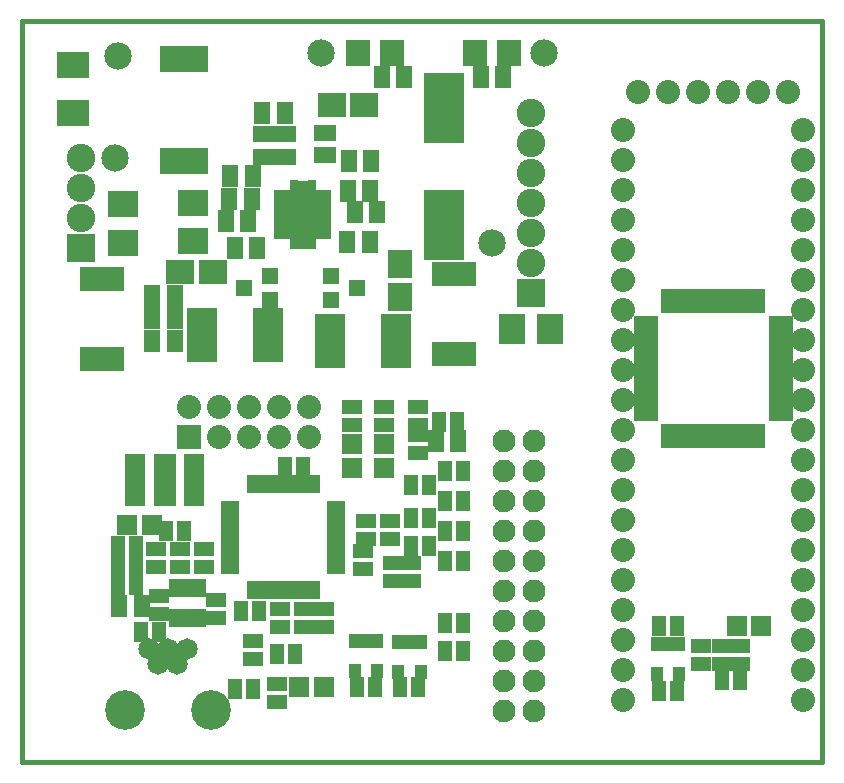
<source format=gts>
G04 (created by PCBNEW-RS274X (2010-03-14)-final) date jue 03 nov 2011 01:52:56 ART*
G01*
G70*
G90*
%MOIN*%
G04 Gerber Fmt 3.4, Leading zero omitted, Abs format*
%FSLAX34Y34*%
G04 APERTURE LIST*
%ADD10C,0.000100*%
%ADD11C,0.015000*%
%ADD12C,0.071400*%
%ADD13C,0.132200*%
%ADD14R,0.027800X0.059300*%
%ADD15R,0.059300X0.027800*%
%ADD16R,0.067200X0.067200*%
%ADD17C,0.076000*%
%ADD18R,0.080000X0.080000*%
%ADD19C,0.080000*%
%ADD20R,0.045000X0.065000*%
%ADD21R,0.065000X0.045000*%
%ADD22R,0.055000X0.075000*%
%ADD23R,0.040000X0.050000*%
%ADD24R,0.047600X0.059400*%
%ADD25R,0.067200X0.177400*%
%ADD26R,0.075100X0.177400*%
%ADD27R,0.080000X0.036000*%
%ADD28R,0.036000X0.080000*%
%ADD29O,0.080000X0.080000*%
%ADD30R,0.105000X0.090000*%
%ADD31R,0.146000X0.080000*%
%ADD32R,0.082900X0.090900*%
%ADD33R,0.096700X0.079000*%
%ADD34R,0.079000X0.096700*%
%ADD35R,0.104600X0.090800*%
%ADD36R,0.090800X0.104600*%
%ADD37R,0.095000X0.095000*%
%ADD38C,0.095000*%
%ADD39R,0.161700X0.090800*%
%ADD40R,0.134100X0.232500*%
%ADD41R,0.050700X0.035700*%
%ADD42R,0.052300X0.072000*%
%ADD43R,0.053500X0.031000*%
%ADD44R,0.031000X0.053500*%
%ADD45R,0.029100X0.048500*%
%ADD46C,0.090900*%
%ADD47R,0.075000X0.055000*%
%ADD48R,0.100000X0.180000*%
%ADD49R,0.056000X0.056000*%
G04 APERTURE END LIST*
G54D10*
G54D11*
X38950Y-56100D02*
X38950Y-31400D01*
X39000Y-56100D02*
X38950Y-56100D01*
X39200Y-56100D02*
X39000Y-56100D01*
X39450Y-56100D02*
X39200Y-56100D01*
X42700Y-56100D02*
X39450Y-56100D01*
X65600Y-56100D02*
X42700Y-56100D01*
X65600Y-31400D02*
X65600Y-56100D01*
X38950Y-31400D02*
X65600Y-31400D01*
G54D12*
X43800Y-52343D03*
X43486Y-52815D03*
X44429Y-52343D03*
X44114Y-52815D03*
G54D13*
X45237Y-54350D03*
X42363Y-54350D03*
G54D12*
X43171Y-52343D03*
G54D14*
X46568Y-50371D03*
X46765Y-50371D03*
X46962Y-50371D03*
X47158Y-50371D03*
X47355Y-50371D03*
X47552Y-50371D03*
X47748Y-50371D03*
X47945Y-50371D03*
X48142Y-50371D03*
X48338Y-50371D03*
X48535Y-50371D03*
X48732Y-50371D03*
G54D15*
X49421Y-49682D03*
X49421Y-49485D03*
X49421Y-49288D03*
X49421Y-49092D03*
X49421Y-48895D03*
X49421Y-48698D03*
X49421Y-48502D03*
X49421Y-48305D03*
X49421Y-48108D03*
X49421Y-47912D03*
X49421Y-47715D03*
X49421Y-47518D03*
G54D14*
X48732Y-46829D03*
X48535Y-46829D03*
X48338Y-46829D03*
X48142Y-46829D03*
X47945Y-46829D03*
X47748Y-46829D03*
X47552Y-46829D03*
X47355Y-46829D03*
X47158Y-46829D03*
X46962Y-46829D03*
X46765Y-46829D03*
X46568Y-46829D03*
G54D15*
X45879Y-47518D03*
X45879Y-47715D03*
X45879Y-47912D03*
X45879Y-48108D03*
X45879Y-48305D03*
X45879Y-48502D03*
X45879Y-48698D03*
X45879Y-48895D03*
X45879Y-49092D03*
X45879Y-49288D03*
X45879Y-49485D03*
X45879Y-49682D03*
G54D16*
X48187Y-53600D03*
X49013Y-53600D03*
X51000Y-45487D03*
X51000Y-46313D03*
X49950Y-45487D03*
X49950Y-46313D03*
X42437Y-48200D03*
X43263Y-48200D03*
G54D17*
X55000Y-45400D03*
X56000Y-45400D03*
X55000Y-46400D03*
X56000Y-46400D03*
X55000Y-47400D03*
X56000Y-47400D03*
X55000Y-48400D03*
X56000Y-48400D03*
X55000Y-49400D03*
X56000Y-49400D03*
X55000Y-50400D03*
X56000Y-50400D03*
X55000Y-51400D03*
X56000Y-51400D03*
X55000Y-52400D03*
X56000Y-52400D03*
X55000Y-53400D03*
X56000Y-53400D03*
X55000Y-54400D03*
X56000Y-54400D03*
G54D18*
X44500Y-45250D03*
G54D19*
X44500Y-44250D03*
X45500Y-45250D03*
X45500Y-44250D03*
X46500Y-45250D03*
X46500Y-44250D03*
X47500Y-45250D03*
X47500Y-44250D03*
X48500Y-45250D03*
X48500Y-44250D03*
G54D20*
X52500Y-48900D03*
X51900Y-48900D03*
X52500Y-47950D03*
X51900Y-47950D03*
X52500Y-46850D03*
X51900Y-46850D03*
G54D21*
X51300Y-49450D03*
X51300Y-50050D03*
X48350Y-51000D03*
X48350Y-51600D03*
X51900Y-50050D03*
X51900Y-49450D03*
X51200Y-48650D03*
X51200Y-48050D03*
X50300Y-49050D03*
X50300Y-49650D03*
X50400Y-48650D03*
X50400Y-48050D03*
G54D20*
X44350Y-48400D03*
X43750Y-48400D03*
G54D21*
X46650Y-52050D03*
X46650Y-52650D03*
G54D20*
X48050Y-52500D03*
X47450Y-52500D03*
X46650Y-53650D03*
X46050Y-53650D03*
G54D21*
X49950Y-44250D03*
X49950Y-44850D03*
X51000Y-44250D03*
X51000Y-44850D03*
X47450Y-54100D03*
X47450Y-53500D03*
G54D20*
X42750Y-48900D03*
X42150Y-48900D03*
G54D21*
X45400Y-51300D03*
X45400Y-50700D03*
G54D20*
X46850Y-51050D03*
X46250Y-51050D03*
X51550Y-53600D03*
X52150Y-53600D03*
X50700Y-53600D03*
X50100Y-53600D03*
X53650Y-46400D03*
X53050Y-46400D03*
X53650Y-47400D03*
X53050Y-47400D03*
X53650Y-48400D03*
X53050Y-48400D03*
X53650Y-49400D03*
X53050Y-49400D03*
X53650Y-51450D03*
X53050Y-51450D03*
X53650Y-52400D03*
X53050Y-52400D03*
G54D21*
X49000Y-51000D03*
X49000Y-51600D03*
G54D20*
X47700Y-46250D03*
X48300Y-46250D03*
G54D21*
X45000Y-49000D03*
X45000Y-49600D03*
X43400Y-49000D03*
X43400Y-49600D03*
X47550Y-51000D03*
X47550Y-51600D03*
X44200Y-49000D03*
X44200Y-49600D03*
X43500Y-50550D03*
X43500Y-51150D03*
G54D20*
X42150Y-49550D03*
X42750Y-49550D03*
G54D21*
X52150Y-44250D03*
X52150Y-44850D03*
G54D20*
X42150Y-50200D03*
X42750Y-50200D03*
G54D21*
X52150Y-45800D03*
X52150Y-45200D03*
G54D20*
X42900Y-51750D03*
X43500Y-51750D03*
X53450Y-44750D03*
X52850Y-44750D03*
G54D22*
X42175Y-50900D03*
X42925Y-50900D03*
X53475Y-45400D03*
X52725Y-45400D03*
G54D23*
X50775Y-52050D03*
X50025Y-52050D03*
X50775Y-53050D03*
X50400Y-52050D03*
X50025Y-53050D03*
X52225Y-52100D03*
X51475Y-52100D03*
X52225Y-53100D03*
X51850Y-52100D03*
X51475Y-53100D03*
G54D24*
X44075Y-50300D03*
X44450Y-50300D03*
X44825Y-50300D03*
X44825Y-51300D03*
X44450Y-51300D03*
X44075Y-51300D03*
G54D25*
X44684Y-46700D03*
G54D26*
X43700Y-46700D03*
G54D25*
X42716Y-46700D03*
G54D27*
X64225Y-42975D03*
X64225Y-42660D03*
X64225Y-42345D03*
X64225Y-42030D03*
X64225Y-41715D03*
X64225Y-41400D03*
X64225Y-43290D03*
X64225Y-43605D03*
X64225Y-43920D03*
X64225Y-44235D03*
X64225Y-44550D03*
X59725Y-42975D03*
X59725Y-42660D03*
X59725Y-42345D03*
X59725Y-42030D03*
X59725Y-41715D03*
X59725Y-41400D03*
X59725Y-43290D03*
X59725Y-43605D03*
X59725Y-43920D03*
X59725Y-44235D03*
X59725Y-44550D03*
G54D28*
X61975Y-40725D03*
X61975Y-45225D03*
X61660Y-40725D03*
X61660Y-45225D03*
X61345Y-45225D03*
X61345Y-40725D03*
X61030Y-40725D03*
X61030Y-45225D03*
X60715Y-45225D03*
X60715Y-40725D03*
X60400Y-40725D03*
X60400Y-45225D03*
X62290Y-45225D03*
X62290Y-40725D03*
X62605Y-40725D03*
X62605Y-45225D03*
X62920Y-45225D03*
X62920Y-40725D03*
X63235Y-40725D03*
X63235Y-45225D03*
X63550Y-45225D03*
X63550Y-40725D03*
G54D23*
X60850Y-52175D03*
X60100Y-52175D03*
X60850Y-53175D03*
X60475Y-52175D03*
X60100Y-53175D03*
G54D20*
X60775Y-51575D03*
X60175Y-51575D03*
X60775Y-53725D03*
X60175Y-53725D03*
G54D21*
X61575Y-52825D03*
X61575Y-52225D03*
X62875Y-52825D03*
X62875Y-52225D03*
X62275Y-52225D03*
X62275Y-52825D03*
G54D20*
X62875Y-53375D03*
X62275Y-53375D03*
G54D16*
X63588Y-51575D03*
X62762Y-51575D03*
G54D29*
X64975Y-54025D03*
X64975Y-53025D03*
X64975Y-52025D03*
X64975Y-51025D03*
X64975Y-50025D03*
X64975Y-49025D03*
X64975Y-48025D03*
X64975Y-47025D03*
X64975Y-46025D03*
X64975Y-45025D03*
X64975Y-44025D03*
X64975Y-43025D03*
X64975Y-42025D03*
X64975Y-41025D03*
X64975Y-40025D03*
X64975Y-39025D03*
X64975Y-38025D03*
X64975Y-37025D03*
X64975Y-36025D03*
X64975Y-35025D03*
X58975Y-54025D03*
X58975Y-53025D03*
X58975Y-52025D03*
X58975Y-51025D03*
X58975Y-50025D03*
X58975Y-49025D03*
X58975Y-48025D03*
X58975Y-47025D03*
X58975Y-46025D03*
X58975Y-45025D03*
X58975Y-44025D03*
X58975Y-43025D03*
X58975Y-42025D03*
X58975Y-41025D03*
X58975Y-40025D03*
X58975Y-39025D03*
X58975Y-38025D03*
X58975Y-37025D03*
X58975Y-36025D03*
X58975Y-35025D03*
X59475Y-33775D03*
X60475Y-33775D03*
X61475Y-33775D03*
X62475Y-33775D03*
X63475Y-33775D03*
X64475Y-33775D03*
G54D30*
X40630Y-32850D03*
X40630Y-34450D03*
G54D31*
X53350Y-42500D03*
X53350Y-39843D03*
X41600Y-40000D03*
X41600Y-42657D03*
G54D32*
X55159Y-32450D03*
X54041Y-32450D03*
X51259Y-32450D03*
X50141Y-32450D03*
G54D33*
X50341Y-34200D03*
X49259Y-34200D03*
G54D34*
X51550Y-40591D03*
X51550Y-39509D03*
G54D33*
X45291Y-39750D03*
X44209Y-39750D03*
G54D35*
X42300Y-38789D03*
X42300Y-37511D03*
G54D36*
X56539Y-41650D03*
X55261Y-41650D03*
G54D35*
X44650Y-37461D03*
X44650Y-38739D03*
G54D37*
X55900Y-40450D03*
G54D38*
X55900Y-39450D03*
X55900Y-38450D03*
X55900Y-37450D03*
X55900Y-36450D03*
X55900Y-35450D03*
X55900Y-34450D03*
G54D37*
X40900Y-38950D03*
G54D38*
X40900Y-37950D03*
X40900Y-36950D03*
X40900Y-35950D03*
G54D39*
X44350Y-36050D03*
X44350Y-32650D03*
G54D40*
X53000Y-34302D03*
X53000Y-38198D03*
G54D41*
X48300Y-38530D03*
G54D42*
X48100Y-38150D03*
X48500Y-38150D03*
X48500Y-37550D03*
G54D43*
X48979Y-37948D03*
X48979Y-37752D03*
X48979Y-37555D03*
X48979Y-37358D03*
X48979Y-37161D03*
X48979Y-38539D03*
X48979Y-38342D03*
X48979Y-38145D03*
X47621Y-38145D03*
X47621Y-38342D03*
X47621Y-38539D03*
X47621Y-37161D03*
X47621Y-37358D03*
X47621Y-37555D03*
X47621Y-37752D03*
X47621Y-37948D03*
G54D44*
X48596Y-36976D03*
X48596Y-38724D03*
X48004Y-38724D03*
G54D45*
X48192Y-36950D03*
G54D41*
X48300Y-37171D03*
G54D45*
X48408Y-36950D03*
X48408Y-38750D03*
G54D44*
X48004Y-36976D03*
G54D45*
X48192Y-38750D03*
G54D42*
X48100Y-37550D03*
G54D46*
X54600Y-38800D03*
X56350Y-32450D03*
X42050Y-35950D03*
G54D22*
X50925Y-33250D03*
X51675Y-33250D03*
X44025Y-41300D03*
X43275Y-41300D03*
X43275Y-40550D03*
X44025Y-40550D03*
X47700Y-34450D03*
X46950Y-34450D03*
X54225Y-33250D03*
X54975Y-33250D03*
G54D47*
X47000Y-35925D03*
X47000Y-35175D03*
X47700Y-35175D03*
X47700Y-35925D03*
G54D22*
X46625Y-36550D03*
X45875Y-36550D03*
X46600Y-37325D03*
X45850Y-37325D03*
X49800Y-37075D03*
X50550Y-37075D03*
X43275Y-42050D03*
X44025Y-42050D03*
X49825Y-36050D03*
X50575Y-36050D03*
X46475Y-38075D03*
X45725Y-38075D03*
X50025Y-37775D03*
X50775Y-37775D03*
X49775Y-38750D03*
X50525Y-38750D03*
X46775Y-38950D03*
X46025Y-38950D03*
G54D47*
X49050Y-35875D03*
X49050Y-35125D03*
G54D48*
X44950Y-41850D03*
X47150Y-41850D03*
X51400Y-42050D03*
X49200Y-42050D03*
G54D46*
X48900Y-32450D03*
G54D49*
X47200Y-39900D03*
X47200Y-40700D03*
X46350Y-40300D03*
X49250Y-40700D03*
X49250Y-39900D03*
X50100Y-40300D03*
G54D46*
X42125Y-32575D03*
M02*

</source>
